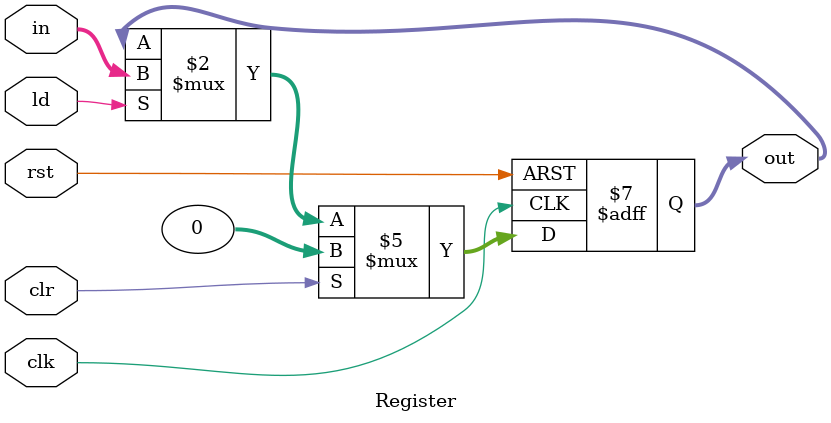
<source format=v>
module Register #(
    parameter N = 32
)(
    input clk, rst,
    input [N-1:0] in,
    input ld, clr,
    output reg [N-1:0] out
);
    always @(posedge clk or posedge rst) begin
        if (rst)
            out <= {N{1'b0}};
        else if (clr)
            out <= {N{1'b0}};
        else if (ld)
            out <= in;
    end
endmodule
</source>
